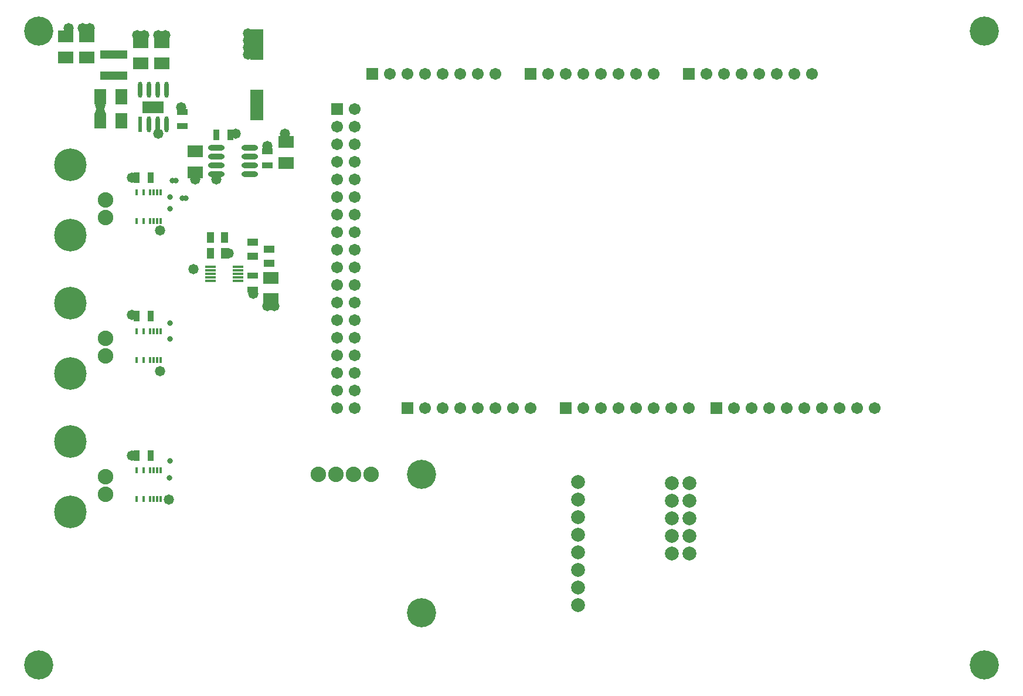
<source format=gts>
G04*
G04 #@! TF.GenerationSoftware,Altium Limited,Altium Designer,22.11.1 (43)*
G04*
G04 Layer_Color=8388736*
%FSLAX25Y25*%
%MOIN*%
G70*
G04*
G04 #@! TF.SameCoordinates,FC0E5961-FCF4-480C-89D5-594BF37CE3F7*
G04*
G04*
G04 #@! TF.FilePolarity,Negative*
G04*
G01*
G75*
%ADD16R,0.12197X0.07087*%
G04:AMPARAMS|DCode=17|XSize=90.48mil|YSize=24.49mil|CornerRadius=12.25mil|HoleSize=0mil|Usage=FLASHONLY|Rotation=90.000|XOffset=0mil|YOffset=0mil|HoleType=Round|Shape=RoundedRectangle|*
%AMROUNDEDRECTD17*
21,1,0.09048,0.00000,0,0,90.0*
21,1,0.06598,0.02449,0,0,90.0*
1,1,0.02449,0.00000,0.03299*
1,1,0.02449,0.00000,-0.03299*
1,1,0.02449,0.00000,-0.03299*
1,1,0.02449,0.00000,0.03299*
%
%ADD17ROUNDEDRECTD17*%
%ADD18R,0.02449X0.09048*%
%ADD19O,0.09461X0.03162*%
%ADD20R,0.01201X0.03500*%
%ADD21O,0.06309X0.01584*%
%ADD22R,0.03950X0.06312*%
%ADD23R,0.06312X0.03950*%
%ADD24R,0.15367X0.05131*%
%ADD25R,0.03556X0.05918*%
%ADD26R,0.08674X0.06706*%
%ADD27R,0.05918X0.03556*%
%ADD28R,0.06706X0.08674*%
%ADD29R,0.07480X0.17323*%
%ADD30C,0.07887*%
%ADD31C,0.08800*%
%ADD32C,0.18517*%
%ADD33C,0.06706*%
%ADD34R,0.06706X0.06706*%
%ADD35R,0.06706X0.06706*%
%ADD36C,0.03162*%
%ADD37C,0.05800*%
%ADD38C,0.16548*%
D16*
X183000Y502142D02*
D03*
D17*
X175500Y512000D02*
D03*
X180500D02*
D03*
X185500D02*
D03*
X190500D02*
D03*
Y492283D02*
D03*
X185500D02*
D03*
X180500D02*
D03*
D18*
X175500D02*
D03*
D19*
X237849Y464000D02*
D03*
Y469000D02*
D03*
Y474000D02*
D03*
Y479000D02*
D03*
X218951Y464000D02*
D03*
Y469000D02*
D03*
Y474000D02*
D03*
Y479000D02*
D03*
D20*
X173610Y295789D02*
D03*
X177547D02*
D03*
X181484D02*
D03*
X183453D02*
D03*
X185421D02*
D03*
X187390D02*
D03*
Y279211D02*
D03*
X185421D02*
D03*
X183453D02*
D03*
X181484D02*
D03*
X177547D02*
D03*
X173610D02*
D03*
Y374789D02*
D03*
X177547D02*
D03*
X181484D02*
D03*
X183453D02*
D03*
X185421D02*
D03*
X187390D02*
D03*
Y358211D02*
D03*
X185421D02*
D03*
X183453D02*
D03*
X181484D02*
D03*
X177547D02*
D03*
X173610D02*
D03*
Y453789D02*
D03*
X177547D02*
D03*
X181484D02*
D03*
X183453D02*
D03*
X185421D02*
D03*
X187390D02*
D03*
Y437211D02*
D03*
X185421D02*
D03*
X183453D02*
D03*
X181484D02*
D03*
X177547D02*
D03*
X173610D02*
D03*
D21*
X231445Y411374D02*
D03*
Y409406D02*
D03*
Y407437D02*
D03*
Y405469D02*
D03*
Y403500D02*
D03*
X215500D02*
D03*
Y407437D02*
D03*
Y405469D02*
D03*
Y409406D02*
D03*
Y411374D02*
D03*
D22*
Y419000D02*
D03*
X223500D02*
D03*
Y428000D02*
D03*
X215500D02*
D03*
D23*
X249000Y421500D02*
D03*
Y413500D02*
D03*
X239500Y425500D02*
D03*
Y417500D02*
D03*
D24*
X160500Y520094D02*
D03*
Y531906D02*
D03*
D25*
X181500Y304000D02*
D03*
X173500D02*
D03*
X181500Y383500D02*
D03*
X173500D02*
D03*
X181500Y462000D02*
D03*
X173500D02*
D03*
X219000Y486500D02*
D03*
X227000D02*
D03*
D26*
X258500Y470500D02*
D03*
Y482500D02*
D03*
X207000Y477000D02*
D03*
Y465000D02*
D03*
X250000Y405000D02*
D03*
Y393000D02*
D03*
X145217Y530500D02*
D03*
Y542500D02*
D03*
X133217Y530500D02*
D03*
Y542500D02*
D03*
X188000Y527000D02*
D03*
Y539000D02*
D03*
X176000Y527000D02*
D03*
Y539000D02*
D03*
D27*
X248000Y469000D02*
D03*
Y477000D02*
D03*
X239500Y406500D02*
D03*
Y398500D02*
D03*
X199500Y491500D02*
D03*
Y499500D02*
D03*
D28*
X165000Y494500D02*
D03*
X153000D02*
D03*
X165000Y508000D02*
D03*
X153000D02*
D03*
D29*
X242000Y503374D02*
D03*
Y537626D02*
D03*
D30*
X424500Y229000D02*
D03*
Y239000D02*
D03*
Y219000D02*
D03*
Y259000D02*
D03*
Y269000D02*
D03*
Y279000D02*
D03*
Y289000D02*
D03*
Y249000D02*
D03*
X478000Y288500D02*
D03*
Y248500D02*
D03*
X488000Y288500D02*
D03*
X478000Y258500D02*
D03*
Y268500D02*
D03*
Y278500D02*
D03*
X488000D02*
D03*
Y268500D02*
D03*
Y248500D02*
D03*
Y258500D02*
D03*
D31*
X307000Y293500D02*
D03*
X287000D02*
D03*
X277000D02*
D03*
X297000D02*
D03*
X156000Y292020D02*
D03*
Y282020D02*
D03*
Y370760D02*
D03*
Y360760D02*
D03*
Y449500D02*
D03*
Y439500D02*
D03*
D32*
X136000Y272020D02*
D03*
Y312020D02*
D03*
Y350760D02*
D03*
Y390760D02*
D03*
Y429500D02*
D03*
Y469500D02*
D03*
D33*
X547500Y521000D02*
D03*
X557500D02*
D03*
X593484Y331000D02*
D03*
X583484D02*
D03*
X337500D02*
D03*
X347500D02*
D03*
X357500D02*
D03*
X367500D02*
D03*
X377500D02*
D03*
X387500D02*
D03*
X397500D02*
D03*
X497500Y521000D02*
D03*
X507500D02*
D03*
X517500D02*
D03*
X527500D02*
D03*
X537500D02*
D03*
X487500Y331000D02*
D03*
X477500D02*
D03*
X467500D02*
D03*
X457500D02*
D03*
X447500D02*
D03*
X437500D02*
D03*
X427500D02*
D03*
X573484D02*
D03*
X563484D02*
D03*
X553484D02*
D03*
X543484D02*
D03*
X533484D02*
D03*
X523484D02*
D03*
X513484D02*
D03*
X377500Y521000D02*
D03*
X367500D02*
D03*
X357500D02*
D03*
X347500D02*
D03*
X337500D02*
D03*
X327500D02*
D03*
X317500D02*
D03*
X467500D02*
D03*
X457500D02*
D03*
X447500D02*
D03*
X437500D02*
D03*
X427500D02*
D03*
X417500D02*
D03*
X407500D02*
D03*
X297500Y501000D02*
D03*
X287500Y491000D02*
D03*
X297500D02*
D03*
X287500Y481000D02*
D03*
X297500D02*
D03*
X287500Y471000D02*
D03*
X297500D02*
D03*
X287500Y461000D02*
D03*
X297500D02*
D03*
X287500Y451000D02*
D03*
X297500D02*
D03*
X287500Y441000D02*
D03*
X297500D02*
D03*
X287500Y431000D02*
D03*
X297500D02*
D03*
X287500Y421000D02*
D03*
X297500D02*
D03*
X287500Y411000D02*
D03*
X297500D02*
D03*
X287500Y401000D02*
D03*
X297500D02*
D03*
X287500Y391000D02*
D03*
X297500D02*
D03*
X287500Y381000D02*
D03*
X297500D02*
D03*
X287500Y371000D02*
D03*
X297500D02*
D03*
X287500Y361000D02*
D03*
X297500D02*
D03*
X287500Y351000D02*
D03*
X297500D02*
D03*
X287500Y341000D02*
D03*
X297500D02*
D03*
X287500Y331000D02*
D03*
X297500D02*
D03*
D34*
X327500D02*
D03*
X487500Y521000D02*
D03*
X417500Y331000D02*
D03*
X503484D02*
D03*
X307500Y521000D02*
D03*
X397500D02*
D03*
D35*
X287500Y501000D02*
D03*
D36*
X194000Y460500D02*
D03*
X201500Y450500D02*
D03*
X199500D02*
D03*
X196000Y460500D02*
D03*
X192500Y301000D02*
D03*
X192450Y291450D02*
D03*
X192500Y370500D02*
D03*
Y379500D02*
D03*
Y451000D02*
D03*
Y444500D02*
D03*
D37*
X171000Y304000D02*
D03*
Y384000D02*
D03*
X252000Y389000D02*
D03*
X248000D02*
D03*
X240000Y396000D02*
D03*
X206000Y410000D02*
D03*
X226000Y419000D02*
D03*
X237000Y544000D02*
D03*
Y532000D02*
D03*
Y536000D02*
D03*
Y540000D02*
D03*
X190000Y543000D02*
D03*
X186000D02*
D03*
X178000D02*
D03*
X174000D02*
D03*
X147000Y547000D02*
D03*
X143000D02*
D03*
X135000D02*
D03*
X183000Y502142D02*
D03*
X186000Y487000D02*
D03*
X153000Y499000D02*
D03*
Y503000D02*
D03*
X199000Y502000D02*
D03*
X258000Y487000D02*
D03*
X248000Y480000D02*
D03*
X230000Y487000D02*
D03*
X219000Y461000D02*
D03*
X207000D02*
D03*
X171000Y462000D02*
D03*
X187000Y432000D02*
D03*
Y352000D02*
D03*
X192000Y279000D02*
D03*
D38*
X335614Y293307D02*
D03*
Y214567D02*
D03*
X655512Y185039D02*
D03*
Y545276D02*
D03*
X118110D02*
D03*
Y185039D02*
D03*
M02*

</source>
